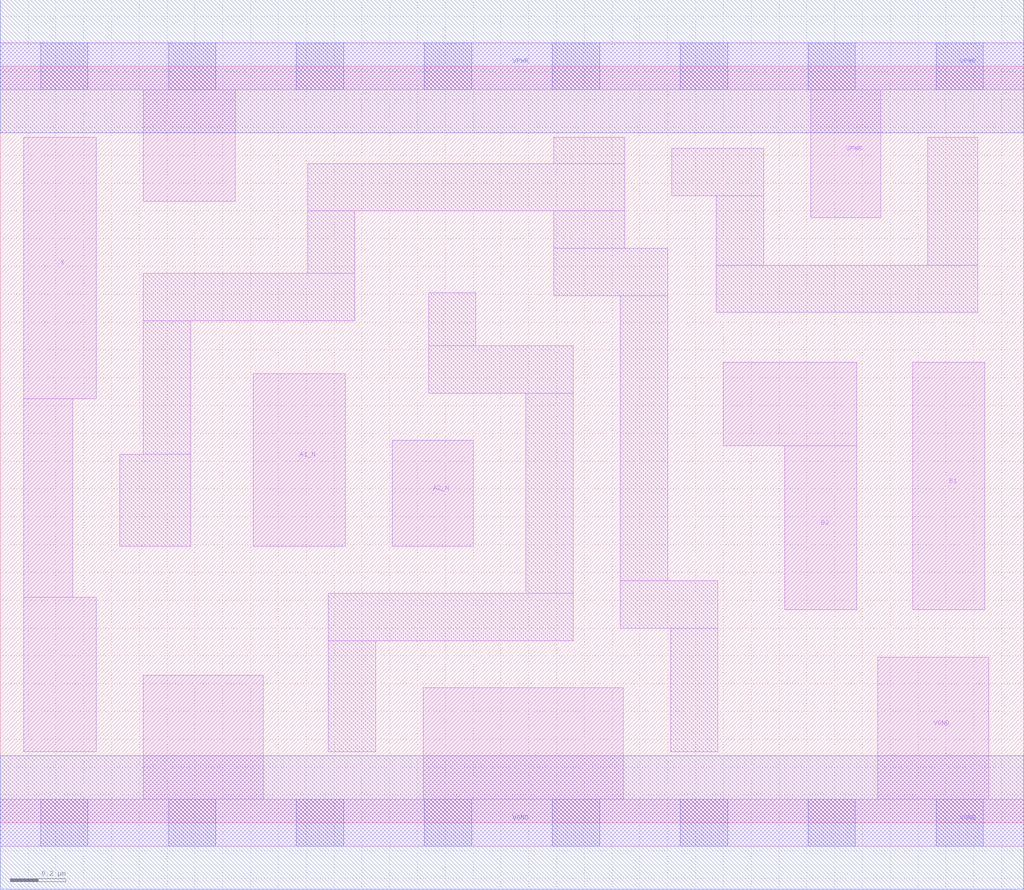
<source format=lef>
# Copyright 2020 The SkyWater PDK Authors
#
# Licensed under the Apache License, Version 2.0 (the "License");
# you may not use this file except in compliance with the License.
# You may obtain a copy of the License at
#
#     https://www.apache.org/licenses/LICENSE-2.0
#
# Unless required by applicable law or agreed to in writing, software
# distributed under the License is distributed on an "AS IS" BASIS,
# WITHOUT WARRANTIES OR CONDITIONS OF ANY KIND, either express or implied.
# See the License for the specific language governing permissions and
# limitations under the License.
#
# SPDX-License-Identifier: Apache-2.0

VERSION 5.7 ;
  NAMESCASESENSITIVE ON ;
  NOWIREEXTENSIONATPIN ON ;
  DIVIDERCHAR "/" ;
  BUSBITCHARS "[]" ;
UNITS
  DATABASE MICRONS 200 ;
END UNITS
MACRO sky130_fd_sc_hd__a2bb2o_1
  CLASS CORE ;
  SOURCE USER ;
  FOREIGN sky130_fd_sc_hd__a2bb2o_1 ;
  ORIGIN  0.000000  0.000000 ;
  SIZE  3.680000 BY  2.720000 ;
  SYMMETRY X Y R90 ;
  SITE unithd ;
  PIN A1_N
    ANTENNAGATEAREA  0.126000 ;
    DIRECTION INPUT ;
    USE SIGNAL ;
    PORT
      LAYER li1 ;
        RECT 0.910000 0.995000 1.240000 1.615000 ;
    END
  END A1_N
  PIN A2_N
    ANTENNAGATEAREA  0.126000 ;
    DIRECTION INPUT ;
    USE SIGNAL ;
    PORT
      LAYER li1 ;
        RECT 1.410000 0.995000 1.700000 1.375000 ;
    END
  END A2_N
  PIN B1
    ANTENNAGATEAREA  0.126000 ;
    DIRECTION INPUT ;
    USE SIGNAL ;
    PORT
      LAYER li1 ;
        RECT 3.280000 0.765000 3.540000 1.655000 ;
    END
  END B1
  PIN B2
    ANTENNAGATEAREA  0.126000 ;
    DIRECTION INPUT ;
    USE SIGNAL ;
    PORT
      LAYER li1 ;
        RECT 2.600000 1.355000 3.080000 1.655000 ;
        RECT 2.820000 0.765000 3.080000 1.355000 ;
    END
  END B2
  PIN X
    ANTENNADIFFAREA  0.429000 ;
    DIRECTION OUTPUT ;
    USE SIGNAL ;
    PORT
      LAYER li1 ;
        RECT 0.085000 0.255000 0.345000 0.810000 ;
        RECT 0.085000 0.810000 0.260000 1.525000 ;
        RECT 0.085000 1.525000 0.345000 2.465000 ;
    END
  END X
  PIN VGND
    DIRECTION INOUT ;
    SHAPE ABUTMENT ;
    USE GROUND ;
    PORT
      LAYER li1 ;
        RECT 0.000000 -0.085000 3.680000 0.085000 ;
        RECT 0.515000  0.085000 0.945000 0.530000 ;
        RECT 1.520000  0.085000 2.240000 0.485000 ;
        RECT 3.155000  0.085000 3.555000 0.595000 ;
      LAYER mcon ;
        RECT 0.145000 -0.085000 0.315000 0.085000 ;
        RECT 0.605000 -0.085000 0.775000 0.085000 ;
        RECT 1.065000 -0.085000 1.235000 0.085000 ;
        RECT 1.525000 -0.085000 1.695000 0.085000 ;
        RECT 1.985000 -0.085000 2.155000 0.085000 ;
        RECT 2.445000 -0.085000 2.615000 0.085000 ;
        RECT 2.905000 -0.085000 3.075000 0.085000 ;
        RECT 3.365000 -0.085000 3.535000 0.085000 ;
      LAYER met1 ;
        RECT 0.000000 -0.240000 3.680000 0.240000 ;
    END
  END VGND
  PIN VPWR
    DIRECTION INOUT ;
    SHAPE ABUTMENT ;
    USE POWER ;
    PORT
      LAYER li1 ;
        RECT 0.000000 2.635000 3.680000 2.805000 ;
        RECT 0.515000 2.235000 0.845000 2.635000 ;
        RECT 2.915000 2.175000 3.165000 2.635000 ;
      LAYER mcon ;
        RECT 0.145000 2.635000 0.315000 2.805000 ;
        RECT 0.605000 2.635000 0.775000 2.805000 ;
        RECT 1.065000 2.635000 1.235000 2.805000 ;
        RECT 1.525000 2.635000 1.695000 2.805000 ;
        RECT 1.985000 2.635000 2.155000 2.805000 ;
        RECT 2.445000 2.635000 2.615000 2.805000 ;
        RECT 2.905000 2.635000 3.075000 2.805000 ;
        RECT 3.365000 2.635000 3.535000 2.805000 ;
      LAYER met1 ;
        RECT 0.000000 2.480000 3.680000 2.960000 ;
    END
  END VPWR
  OBS
    LAYER li1 ;
      RECT 0.430000 0.995000 0.685000 1.325000 ;
      RECT 0.515000 1.325000 0.685000 1.805000 ;
      RECT 0.515000 1.805000 1.275000 1.975000 ;
      RECT 1.105000 1.975000 1.275000 2.200000 ;
      RECT 1.105000 2.200000 2.245000 2.370000 ;
      RECT 1.180000 0.255000 1.350000 0.655000 ;
      RECT 1.180000 0.655000 2.060000 0.825000 ;
      RECT 1.540000 1.545000 2.060000 1.715000 ;
      RECT 1.540000 1.715000 1.710000 1.905000 ;
      RECT 1.890000 0.825000 2.060000 1.545000 ;
      RECT 1.990000 1.895000 2.400000 2.065000 ;
      RECT 1.990000 2.065000 2.245000 2.200000 ;
      RECT 1.990000 2.370000 2.245000 2.465000 ;
      RECT 2.230000 0.700000 2.580000 0.870000 ;
      RECT 2.230000 0.870000 2.400000 1.895000 ;
      RECT 2.410000 0.255000 2.580000 0.700000 ;
      RECT 2.415000 2.255000 2.745000 2.425000 ;
      RECT 2.575000 1.835000 3.515000 2.005000 ;
      RECT 2.575000 2.005000 2.745000 2.255000 ;
      RECT 3.335000 2.005000 3.515000 2.465000 ;
  END
END sky130_fd_sc_hd__a2bb2o_1

</source>
